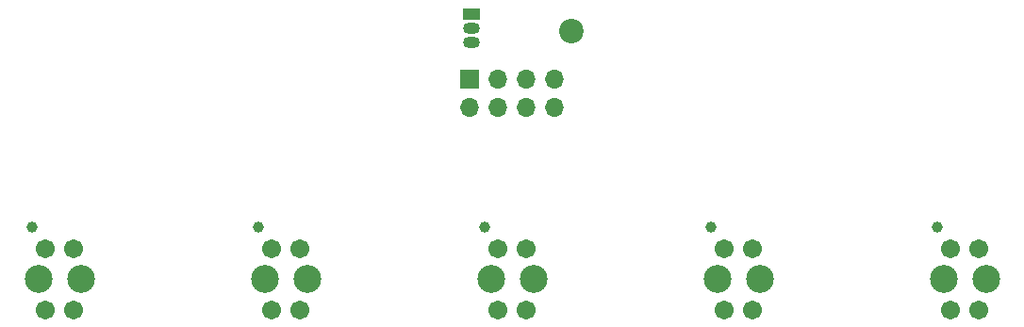
<source format=gbr>
%TF.GenerationSoftware,KiCad,Pcbnew,(7.0.0)*%
%TF.CreationDate,2023-09-21T17:36:52+12:00*%
%TF.ProjectId,SensorBoard,53656e73-6f72-4426-9f61-72642e6b6963,rev?*%
%TF.SameCoordinates,PX60e4b00PY48ab840*%
%TF.FileFunction,Soldermask,Bot*%
%TF.FilePolarity,Negative*%
%FSLAX46Y46*%
G04 Gerber Fmt 4.6, Leading zero omitted, Abs format (unit mm)*
G04 Created by KiCad (PCBNEW (7.0.0)) date 2023-09-21 17:36:52*
%MOMM*%
%LPD*%
G01*
G04 APERTURE LIST*
%ADD10C,1.000000*%
%ADD11C,2.500000*%
%ADD12C,1.704000*%
%ADD13C,2.200000*%
%ADD14R,1.500000X1.050000*%
%ADD15O,1.500000X1.050000*%
%ADD16R,1.700000X1.700000*%
%ADD17O,1.700000X1.700000*%
G04 APERTURE END LIST*
D10*
%TO.C,U1*%
X87720000Y12060000D03*
D11*
X92070000Y7410000D03*
X88270000Y7410000D03*
D12*
X91440000Y4660000D03*
X88900000Y4660000D03*
X91440000Y10160000D03*
X88900000Y10160000D03*
%TD*%
D13*
%TO.C,H1*%
X54864000Y29718000D03*
%TD*%
D10*
%TO.C,U5*%
X6440000Y12060000D03*
D11*
X10790000Y7410000D03*
X6990000Y7410000D03*
D12*
X10160000Y4660000D03*
X7620000Y4660000D03*
X10160000Y10160000D03*
X7620000Y10160000D03*
%TD*%
D10*
%TO.C,U4*%
X26760000Y12060000D03*
D11*
X31110000Y7410000D03*
X27310000Y7410000D03*
D12*
X30480000Y4660000D03*
X27940000Y4660000D03*
X30480000Y10160000D03*
X27940000Y10160000D03*
%TD*%
D10*
%TO.C,U2*%
X67400000Y12060000D03*
D11*
X71750000Y7410000D03*
X67950000Y7410000D03*
D12*
X71120000Y4660000D03*
X68580000Y4660000D03*
X71120000Y10160000D03*
X68580000Y10160000D03*
%TD*%
D10*
%TO.C,U3*%
X47080000Y12060000D03*
D11*
X51430000Y7410000D03*
X47630000Y7410000D03*
D12*
X50800000Y4660000D03*
X48260000Y4660000D03*
X50800000Y10160000D03*
X48260000Y10160000D03*
%TD*%
D14*
%TO.C,U6*%
X45867999Y31241999D03*
D15*
X45867999Y29971999D03*
X45867999Y28701999D03*
%TD*%
D16*
%TO.C,J1*%
X45719999Y25399999D03*
D17*
X45719999Y22859999D03*
X48259999Y25399999D03*
X48259999Y22859999D03*
X50799999Y25399999D03*
X50799999Y22859999D03*
X53339999Y25399999D03*
X53339999Y22859999D03*
%TD*%
M02*

</source>
